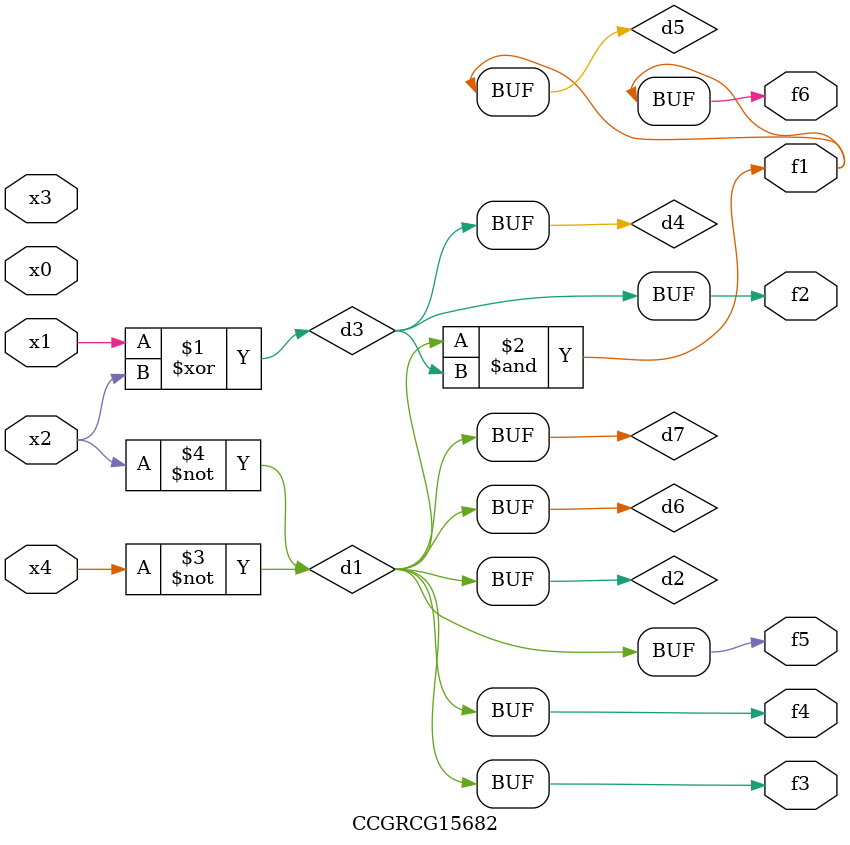
<source format=v>
module CCGRCG15682(
	input x0, x1, x2, x3, x4,
	output f1, f2, f3, f4, f5, f6
);

	wire d1, d2, d3, d4, d5, d6, d7;

	not (d1, x4);
	not (d2, x2);
	xor (d3, x1, x2);
	buf (d4, d3);
	and (d5, d1, d3);
	buf (d6, d1, d2);
	buf (d7, d2);
	assign f1 = d5;
	assign f2 = d4;
	assign f3 = d7;
	assign f4 = d7;
	assign f5 = d7;
	assign f6 = d5;
endmodule

</source>
